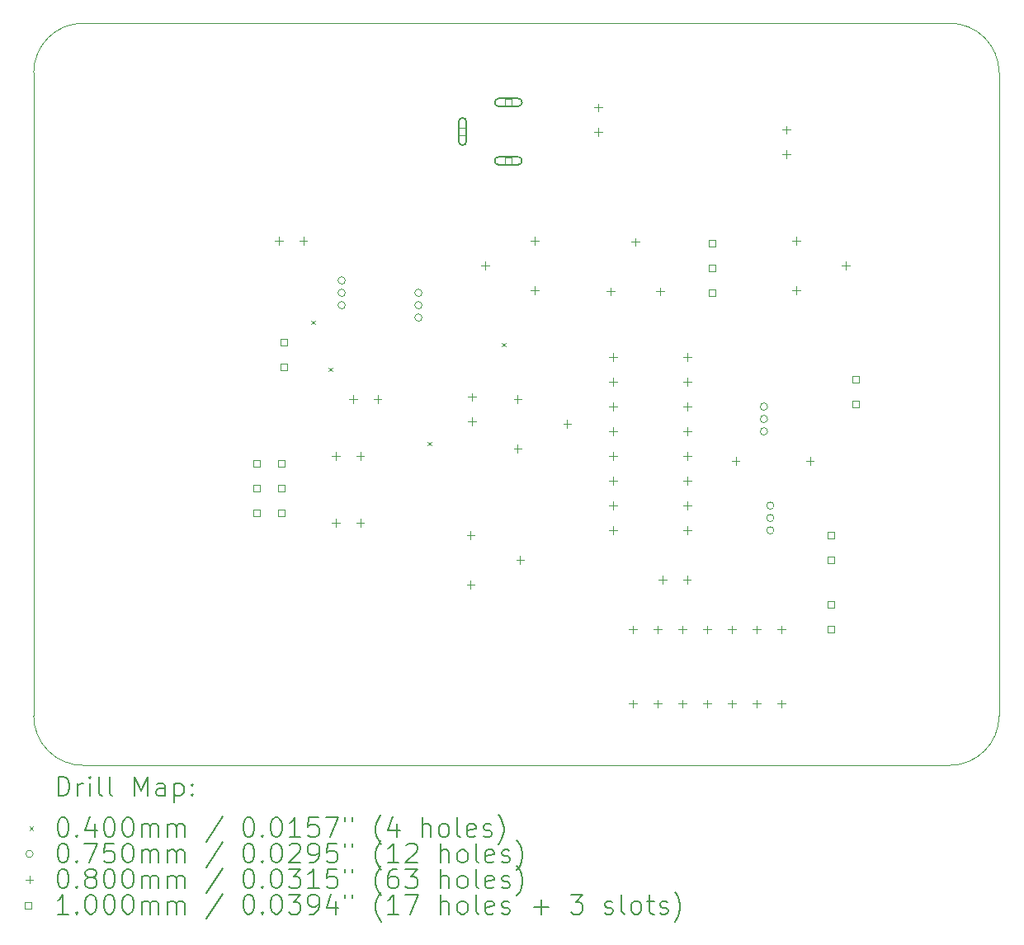
<source format=gbr>
%FSLAX45Y45*%
G04 Gerber Fmt 4.5, Leading zero omitted, Abs format (unit mm)*
G04 Created by KiCad (PCBNEW (6.0.0)) date 2022-01-24 17:52:32*
%MOMM*%
%LPD*%
G01*
G04 APERTURE LIST*
%TA.AperFunction,Profile*%
%ADD10C,0.100000*%
%TD*%
%ADD11C,0.200000*%
%ADD12C,0.040000*%
%ADD13C,0.075000*%
%ADD14C,0.080000*%
%ADD15C,0.100000*%
G04 APERTURE END LIST*
D10*
X8890000Y-2286000D02*
X12954000Y-2286000D01*
X13462000Y-9398000D02*
X13462000Y-2794000D01*
X4064000Y-2286000D02*
X8890000Y-2286000D01*
X3556000Y-9398000D02*
X3556000Y-2794000D01*
X4064000Y-9906000D02*
X12954000Y-9906000D01*
X13462000Y-2794000D02*
G75*
G03*
X12954000Y-2286000I-508000J0D01*
G01*
X3556000Y-9398000D02*
G75*
G03*
X4064000Y-9906000I508000J0D01*
G01*
X12954000Y-9906000D02*
G75*
G03*
X13462000Y-9398000I0J508000D01*
G01*
X4064000Y-2286000D02*
G75*
G03*
X3556000Y-2794000I0J-508000D01*
G01*
D11*
D12*
X6406200Y-5339400D02*
X6446200Y-5379400D01*
X6446200Y-5339400D02*
X6406200Y-5379400D01*
X6584000Y-5822000D02*
X6624000Y-5862000D01*
X6624000Y-5822000D02*
X6584000Y-5862000D01*
X7600000Y-6584000D02*
X7640000Y-6624000D01*
X7640000Y-6584000D02*
X7600000Y-6624000D01*
X8362000Y-5568000D02*
X8402000Y-5608000D01*
X8402000Y-5568000D02*
X8362000Y-5608000D01*
D13*
X6753700Y-4927600D02*
G75*
G03*
X6753700Y-4927600I-37500J0D01*
G01*
X6753700Y-5054600D02*
G75*
G03*
X6753700Y-5054600I-37500J0D01*
G01*
X6753700Y-5181600D02*
G75*
G03*
X6753700Y-5181600I-37500J0D01*
G01*
X7541100Y-5054600D02*
G75*
G03*
X7541100Y-5054600I-37500J0D01*
G01*
X7541100Y-5181600D02*
G75*
G03*
X7541100Y-5181600I-37500J0D01*
G01*
X7541100Y-5308600D02*
G75*
G03*
X7541100Y-5308600I-37500J0D01*
G01*
X11086500Y-6223000D02*
G75*
G03*
X11086500Y-6223000I-37500J0D01*
G01*
X11086500Y-6350000D02*
G75*
G03*
X11086500Y-6350000I-37500J0D01*
G01*
X11086500Y-6477000D02*
G75*
G03*
X11086500Y-6477000I-37500J0D01*
G01*
X11152100Y-7239000D02*
G75*
G03*
X11152100Y-7239000I-37500J0D01*
G01*
X11152100Y-7366000D02*
G75*
G03*
X11152100Y-7366000I-37500J0D01*
G01*
X11152100Y-7493000D02*
G75*
G03*
X11152100Y-7493000I-37500J0D01*
G01*
D14*
X6072600Y-4481200D02*
X6072600Y-4561200D01*
X6032600Y-4521200D02*
X6112600Y-4521200D01*
X6322600Y-4481200D02*
X6322600Y-4561200D01*
X6282600Y-4521200D02*
X6362600Y-4521200D01*
X6656800Y-6691000D02*
X6656800Y-6771000D01*
X6616800Y-6731000D02*
X6696800Y-6731000D01*
X6656800Y-7376800D02*
X6656800Y-7456800D01*
X6616800Y-7416800D02*
X6696800Y-7416800D01*
X6834600Y-6106800D02*
X6834600Y-6186800D01*
X6794600Y-6146800D02*
X6874600Y-6146800D01*
X6906800Y-6691000D02*
X6906800Y-6771000D01*
X6866800Y-6731000D02*
X6946800Y-6731000D01*
X6906800Y-7376800D02*
X6906800Y-7456800D01*
X6866800Y-7416800D02*
X6946800Y-7416800D01*
X7084600Y-6106800D02*
X7084600Y-6186800D01*
X7044600Y-6146800D02*
X7124600Y-6146800D01*
X8040300Y-7503800D02*
X8040300Y-7583800D01*
X8000300Y-7543800D02*
X8080300Y-7543800D01*
X8040300Y-8011800D02*
X8040300Y-8091800D01*
X8000300Y-8051800D02*
X8080300Y-8051800D01*
X8051800Y-6083400D02*
X8051800Y-6163400D01*
X8011800Y-6123400D02*
X8091800Y-6123400D01*
X8051800Y-6333400D02*
X8051800Y-6413400D01*
X8011800Y-6373400D02*
X8091800Y-6373400D01*
X8190300Y-4735200D02*
X8190300Y-4815200D01*
X8150300Y-4775200D02*
X8230300Y-4775200D01*
X8522900Y-6106800D02*
X8522900Y-6186800D01*
X8482900Y-6146800D02*
X8562900Y-6146800D01*
X8522900Y-6614800D02*
X8522900Y-6694800D01*
X8482900Y-6654800D02*
X8562900Y-6654800D01*
X8548300Y-7757800D02*
X8548300Y-7837800D01*
X8508300Y-7797800D02*
X8588300Y-7797800D01*
X8698300Y-4481200D02*
X8698300Y-4561200D01*
X8658300Y-4521200D02*
X8738300Y-4521200D01*
X8698300Y-4989200D02*
X8698300Y-5069200D01*
X8658300Y-5029200D02*
X8738300Y-5029200D01*
X9030900Y-6360800D02*
X9030900Y-6440800D01*
X8990900Y-6400800D02*
X9070900Y-6400800D01*
X9349200Y-3111600D02*
X9349200Y-3191600D01*
X9309200Y-3151600D02*
X9389200Y-3151600D01*
X9349200Y-3361600D02*
X9349200Y-3441600D01*
X9309200Y-3401600D02*
X9389200Y-3401600D01*
X9474200Y-5000700D02*
X9474200Y-5080700D01*
X9434200Y-5040700D02*
X9514200Y-5040700D01*
X9499600Y-5675000D02*
X9499600Y-5755000D01*
X9459600Y-5715000D02*
X9539600Y-5715000D01*
X9499600Y-5929000D02*
X9499600Y-6009000D01*
X9459600Y-5969000D02*
X9539600Y-5969000D01*
X9499600Y-6183000D02*
X9499600Y-6263000D01*
X9459600Y-6223000D02*
X9539600Y-6223000D01*
X9499600Y-6437000D02*
X9499600Y-6517000D01*
X9459600Y-6477000D02*
X9539600Y-6477000D01*
X9499600Y-6691000D02*
X9499600Y-6771000D01*
X9459600Y-6731000D02*
X9539600Y-6731000D01*
X9499600Y-6945000D02*
X9499600Y-7025000D01*
X9459600Y-6985000D02*
X9539600Y-6985000D01*
X9499600Y-7199000D02*
X9499600Y-7279000D01*
X9459600Y-7239000D02*
X9539600Y-7239000D01*
X9499600Y-7453000D02*
X9499600Y-7533000D01*
X9459600Y-7493000D02*
X9539600Y-7493000D01*
X9703300Y-8470000D02*
X9703300Y-8550000D01*
X9663300Y-8510000D02*
X9743300Y-8510000D01*
X9703300Y-9232000D02*
X9703300Y-9312000D01*
X9663300Y-9272000D02*
X9743300Y-9272000D01*
X9728200Y-4492700D02*
X9728200Y-4572700D01*
X9688200Y-4532700D02*
X9768200Y-4532700D01*
X9957300Y-8470000D02*
X9957300Y-8550000D01*
X9917300Y-8510000D02*
X9997300Y-8510000D01*
X9957300Y-9232000D02*
X9957300Y-9312000D01*
X9917300Y-9272000D02*
X9997300Y-9272000D01*
X9982200Y-5000700D02*
X9982200Y-5080700D01*
X9942200Y-5040700D02*
X10022200Y-5040700D01*
X10009600Y-7961000D02*
X10009600Y-8041000D01*
X9969600Y-8001000D02*
X10049600Y-8001000D01*
X10211300Y-8470000D02*
X10211300Y-8550000D01*
X10171300Y-8510000D02*
X10251300Y-8510000D01*
X10211300Y-9232000D02*
X10211300Y-9312000D01*
X10171300Y-9272000D02*
X10251300Y-9272000D01*
X10259600Y-7961000D02*
X10259600Y-8041000D01*
X10219600Y-8001000D02*
X10299600Y-8001000D01*
X10261600Y-5675000D02*
X10261600Y-5755000D01*
X10221600Y-5715000D02*
X10301600Y-5715000D01*
X10261600Y-5929000D02*
X10261600Y-6009000D01*
X10221600Y-5969000D02*
X10301600Y-5969000D01*
X10261600Y-6183000D02*
X10261600Y-6263000D01*
X10221600Y-6223000D02*
X10301600Y-6223000D01*
X10261600Y-6437000D02*
X10261600Y-6517000D01*
X10221600Y-6477000D02*
X10301600Y-6477000D01*
X10261600Y-6691000D02*
X10261600Y-6771000D01*
X10221600Y-6731000D02*
X10301600Y-6731000D01*
X10261600Y-6945000D02*
X10261600Y-7025000D01*
X10221600Y-6985000D02*
X10301600Y-6985000D01*
X10261600Y-7199000D02*
X10261600Y-7279000D01*
X10221600Y-7239000D02*
X10301600Y-7239000D01*
X10261600Y-7453000D02*
X10261600Y-7533000D01*
X10221600Y-7493000D02*
X10301600Y-7493000D01*
X10465300Y-8470000D02*
X10465300Y-8550000D01*
X10425300Y-8510000D02*
X10505300Y-8510000D01*
X10465300Y-9232000D02*
X10465300Y-9312000D01*
X10425300Y-9272000D02*
X10505300Y-9272000D01*
X10719300Y-8470000D02*
X10719300Y-8550000D01*
X10679300Y-8510000D02*
X10759300Y-8510000D01*
X10719300Y-9232000D02*
X10719300Y-9312000D01*
X10679300Y-9272000D02*
X10759300Y-9272000D01*
X10759000Y-6741800D02*
X10759000Y-6821800D01*
X10719000Y-6781800D02*
X10799000Y-6781800D01*
X10973300Y-8470000D02*
X10973300Y-8550000D01*
X10933300Y-8510000D02*
X11013300Y-8510000D01*
X10973300Y-9232000D02*
X10973300Y-9312000D01*
X10933300Y-9272000D02*
X11013300Y-9272000D01*
X11227300Y-8470000D02*
X11227300Y-8550000D01*
X11187300Y-8510000D02*
X11267300Y-8510000D01*
X11227300Y-9232000D02*
X11227300Y-9312000D01*
X11187300Y-9272000D02*
X11267300Y-9272000D01*
X11277600Y-3340200D02*
X11277600Y-3420200D01*
X11237600Y-3380200D02*
X11317600Y-3380200D01*
X11277600Y-3590200D02*
X11277600Y-3670200D01*
X11237600Y-3630200D02*
X11317600Y-3630200D01*
X11379200Y-4481200D02*
X11379200Y-4561200D01*
X11339200Y-4521200D02*
X11419200Y-4521200D01*
X11379200Y-4989200D02*
X11379200Y-5069200D01*
X11339200Y-5029200D02*
X11419200Y-5029200D01*
X11521000Y-6741800D02*
X11521000Y-6821800D01*
X11481000Y-6781800D02*
X11561000Y-6781800D01*
X11887200Y-4735200D02*
X11887200Y-4815200D01*
X11847200Y-4775200D02*
X11927200Y-4775200D01*
D15*
X5877856Y-6841056D02*
X5877856Y-6770344D01*
X5807144Y-6770344D01*
X5807144Y-6841056D01*
X5877856Y-6841056D01*
X5877856Y-7095056D02*
X5877856Y-7024344D01*
X5807144Y-7024344D01*
X5807144Y-7095056D01*
X5877856Y-7095056D01*
X5877856Y-7349056D02*
X5877856Y-7278344D01*
X5807144Y-7278344D01*
X5807144Y-7349056D01*
X5877856Y-7349056D01*
X6131856Y-6841056D02*
X6131856Y-6770344D01*
X6061144Y-6770344D01*
X6061144Y-6841056D01*
X6131856Y-6841056D01*
X6131856Y-7095056D02*
X6131856Y-7024344D01*
X6061144Y-7024344D01*
X6061144Y-7095056D01*
X6131856Y-7095056D01*
X6131856Y-7349056D02*
X6131856Y-7278344D01*
X6061144Y-7278344D01*
X6061144Y-7349056D01*
X6131856Y-7349056D01*
X6156756Y-5597456D02*
X6156756Y-5526744D01*
X6086044Y-5526744D01*
X6086044Y-5597456D01*
X6156756Y-5597456D01*
X6156756Y-5851456D02*
X6156756Y-5780744D01*
X6086044Y-5780744D01*
X6086044Y-5851456D01*
X6156756Y-5851456D01*
X7992306Y-3434156D02*
X7992306Y-3363444D01*
X7921594Y-3363444D01*
X7921594Y-3434156D01*
X7992306Y-3434156D01*
D11*
X7916950Y-3298800D02*
X7916950Y-3498800D01*
X7996950Y-3298800D02*
X7996950Y-3498800D01*
X7916950Y-3498800D02*
G75*
G03*
X7996950Y-3498800I40000J0D01*
G01*
X7996950Y-3298800D02*
G75*
G03*
X7916950Y-3298800I-40000J0D01*
G01*
D15*
X8462306Y-3134156D02*
X8462306Y-3063444D01*
X8391594Y-3063444D01*
X8391594Y-3134156D01*
X8462306Y-3134156D01*
D11*
X8526950Y-3058800D02*
X8326950Y-3058800D01*
X8526950Y-3138800D02*
X8326950Y-3138800D01*
X8326950Y-3058800D02*
G75*
G03*
X8326950Y-3138800I0J-40000D01*
G01*
X8526950Y-3138800D02*
G75*
G03*
X8526950Y-3058800I0J40000D01*
G01*
D15*
X8462306Y-3734156D02*
X8462306Y-3663444D01*
X8391594Y-3663444D01*
X8391594Y-3734156D01*
X8462306Y-3734156D01*
D11*
X8526950Y-3658800D02*
X8326950Y-3658800D01*
X8526950Y-3738800D02*
X8326950Y-3738800D01*
X8326950Y-3658800D02*
G75*
G03*
X8326950Y-3738800I0J-40000D01*
G01*
X8526950Y-3738800D02*
G75*
G03*
X8526950Y-3658800I0J40000D01*
G01*
D15*
X10550956Y-4583456D02*
X10550956Y-4512744D01*
X10480244Y-4512744D01*
X10480244Y-4583456D01*
X10550956Y-4583456D01*
X10550956Y-4837456D02*
X10550956Y-4766744D01*
X10480244Y-4766744D01*
X10480244Y-4837456D01*
X10550956Y-4837456D01*
X10550956Y-5091456D02*
X10550956Y-5020744D01*
X10480244Y-5020744D01*
X10480244Y-5091456D01*
X10550956Y-5091456D01*
X11770156Y-7578656D02*
X11770156Y-7507944D01*
X11699444Y-7507944D01*
X11699444Y-7578656D01*
X11770156Y-7578656D01*
X11770156Y-7832656D02*
X11770156Y-7761944D01*
X11699444Y-7761944D01*
X11699444Y-7832656D01*
X11770156Y-7832656D01*
X11770156Y-8289856D02*
X11770156Y-8219144D01*
X11699444Y-8219144D01*
X11699444Y-8289856D01*
X11770156Y-8289856D01*
X11770156Y-8543856D02*
X11770156Y-8473144D01*
X11699444Y-8473144D01*
X11699444Y-8543856D01*
X11770156Y-8543856D01*
X12024156Y-5978456D02*
X12024156Y-5907744D01*
X11953444Y-5907744D01*
X11953444Y-5978456D01*
X12024156Y-5978456D01*
X12024156Y-6232456D02*
X12024156Y-6161744D01*
X11953444Y-6161744D01*
X11953444Y-6232456D01*
X12024156Y-6232456D01*
D11*
X3808619Y-10221476D02*
X3808619Y-10021476D01*
X3856238Y-10021476D01*
X3884809Y-10031000D01*
X3903857Y-10050048D01*
X3913381Y-10069095D01*
X3922905Y-10107190D01*
X3922905Y-10135762D01*
X3913381Y-10173857D01*
X3903857Y-10192905D01*
X3884809Y-10211952D01*
X3856238Y-10221476D01*
X3808619Y-10221476D01*
X4008619Y-10221476D02*
X4008619Y-10088143D01*
X4008619Y-10126238D02*
X4018143Y-10107190D01*
X4027667Y-10097667D01*
X4046714Y-10088143D01*
X4065762Y-10088143D01*
X4132428Y-10221476D02*
X4132428Y-10088143D01*
X4132428Y-10021476D02*
X4122905Y-10031000D01*
X4132428Y-10040524D01*
X4141952Y-10031000D01*
X4132428Y-10021476D01*
X4132428Y-10040524D01*
X4256238Y-10221476D02*
X4237190Y-10211952D01*
X4227667Y-10192905D01*
X4227667Y-10021476D01*
X4361000Y-10221476D02*
X4341952Y-10211952D01*
X4332429Y-10192905D01*
X4332429Y-10021476D01*
X4589571Y-10221476D02*
X4589571Y-10021476D01*
X4656238Y-10164333D01*
X4722905Y-10021476D01*
X4722905Y-10221476D01*
X4903857Y-10221476D02*
X4903857Y-10116714D01*
X4894333Y-10097667D01*
X4875286Y-10088143D01*
X4837190Y-10088143D01*
X4818143Y-10097667D01*
X4903857Y-10211952D02*
X4884810Y-10221476D01*
X4837190Y-10221476D01*
X4818143Y-10211952D01*
X4808619Y-10192905D01*
X4808619Y-10173857D01*
X4818143Y-10154810D01*
X4837190Y-10145286D01*
X4884810Y-10145286D01*
X4903857Y-10135762D01*
X4999095Y-10088143D02*
X4999095Y-10288143D01*
X4999095Y-10097667D02*
X5018143Y-10088143D01*
X5056238Y-10088143D01*
X5075286Y-10097667D01*
X5084810Y-10107190D01*
X5094333Y-10126238D01*
X5094333Y-10183381D01*
X5084810Y-10202429D01*
X5075286Y-10211952D01*
X5056238Y-10221476D01*
X5018143Y-10221476D01*
X4999095Y-10211952D01*
X5180048Y-10202429D02*
X5189571Y-10211952D01*
X5180048Y-10221476D01*
X5170524Y-10211952D01*
X5180048Y-10202429D01*
X5180048Y-10221476D01*
X5180048Y-10097667D02*
X5189571Y-10107190D01*
X5180048Y-10116714D01*
X5170524Y-10107190D01*
X5180048Y-10097667D01*
X5180048Y-10116714D01*
D12*
X3511000Y-10531000D02*
X3551000Y-10571000D01*
X3551000Y-10531000D02*
X3511000Y-10571000D01*
D11*
X3846714Y-10441476D02*
X3865762Y-10441476D01*
X3884809Y-10451000D01*
X3894333Y-10460524D01*
X3903857Y-10479571D01*
X3913381Y-10517667D01*
X3913381Y-10565286D01*
X3903857Y-10603381D01*
X3894333Y-10622429D01*
X3884809Y-10631952D01*
X3865762Y-10641476D01*
X3846714Y-10641476D01*
X3827667Y-10631952D01*
X3818143Y-10622429D01*
X3808619Y-10603381D01*
X3799095Y-10565286D01*
X3799095Y-10517667D01*
X3808619Y-10479571D01*
X3818143Y-10460524D01*
X3827667Y-10451000D01*
X3846714Y-10441476D01*
X3999095Y-10622429D02*
X4008619Y-10631952D01*
X3999095Y-10641476D01*
X3989571Y-10631952D01*
X3999095Y-10622429D01*
X3999095Y-10641476D01*
X4180048Y-10508143D02*
X4180048Y-10641476D01*
X4132428Y-10431952D02*
X4084809Y-10574810D01*
X4208619Y-10574810D01*
X4322905Y-10441476D02*
X4341952Y-10441476D01*
X4361000Y-10451000D01*
X4370524Y-10460524D01*
X4380048Y-10479571D01*
X4389571Y-10517667D01*
X4389571Y-10565286D01*
X4380048Y-10603381D01*
X4370524Y-10622429D01*
X4361000Y-10631952D01*
X4341952Y-10641476D01*
X4322905Y-10641476D01*
X4303857Y-10631952D01*
X4294333Y-10622429D01*
X4284810Y-10603381D01*
X4275286Y-10565286D01*
X4275286Y-10517667D01*
X4284810Y-10479571D01*
X4294333Y-10460524D01*
X4303857Y-10451000D01*
X4322905Y-10441476D01*
X4513381Y-10441476D02*
X4532429Y-10441476D01*
X4551476Y-10451000D01*
X4561000Y-10460524D01*
X4570524Y-10479571D01*
X4580048Y-10517667D01*
X4580048Y-10565286D01*
X4570524Y-10603381D01*
X4561000Y-10622429D01*
X4551476Y-10631952D01*
X4532429Y-10641476D01*
X4513381Y-10641476D01*
X4494333Y-10631952D01*
X4484810Y-10622429D01*
X4475286Y-10603381D01*
X4465762Y-10565286D01*
X4465762Y-10517667D01*
X4475286Y-10479571D01*
X4484810Y-10460524D01*
X4494333Y-10451000D01*
X4513381Y-10441476D01*
X4665762Y-10641476D02*
X4665762Y-10508143D01*
X4665762Y-10527190D02*
X4675286Y-10517667D01*
X4694333Y-10508143D01*
X4722905Y-10508143D01*
X4741952Y-10517667D01*
X4751476Y-10536714D01*
X4751476Y-10641476D01*
X4751476Y-10536714D02*
X4761000Y-10517667D01*
X4780048Y-10508143D01*
X4808619Y-10508143D01*
X4827667Y-10517667D01*
X4837190Y-10536714D01*
X4837190Y-10641476D01*
X4932429Y-10641476D02*
X4932429Y-10508143D01*
X4932429Y-10527190D02*
X4941952Y-10517667D01*
X4961000Y-10508143D01*
X4989571Y-10508143D01*
X5008619Y-10517667D01*
X5018143Y-10536714D01*
X5018143Y-10641476D01*
X5018143Y-10536714D02*
X5027667Y-10517667D01*
X5046714Y-10508143D01*
X5075286Y-10508143D01*
X5094333Y-10517667D01*
X5103857Y-10536714D01*
X5103857Y-10641476D01*
X5494333Y-10431952D02*
X5322905Y-10689095D01*
X5751476Y-10441476D02*
X5770524Y-10441476D01*
X5789571Y-10451000D01*
X5799095Y-10460524D01*
X5808619Y-10479571D01*
X5818143Y-10517667D01*
X5818143Y-10565286D01*
X5808619Y-10603381D01*
X5799095Y-10622429D01*
X5789571Y-10631952D01*
X5770524Y-10641476D01*
X5751476Y-10641476D01*
X5732428Y-10631952D01*
X5722905Y-10622429D01*
X5713381Y-10603381D01*
X5703857Y-10565286D01*
X5703857Y-10517667D01*
X5713381Y-10479571D01*
X5722905Y-10460524D01*
X5732428Y-10451000D01*
X5751476Y-10441476D01*
X5903857Y-10622429D02*
X5913381Y-10631952D01*
X5903857Y-10641476D01*
X5894333Y-10631952D01*
X5903857Y-10622429D01*
X5903857Y-10641476D01*
X6037190Y-10441476D02*
X6056238Y-10441476D01*
X6075286Y-10451000D01*
X6084809Y-10460524D01*
X6094333Y-10479571D01*
X6103857Y-10517667D01*
X6103857Y-10565286D01*
X6094333Y-10603381D01*
X6084809Y-10622429D01*
X6075286Y-10631952D01*
X6056238Y-10641476D01*
X6037190Y-10641476D01*
X6018143Y-10631952D01*
X6008619Y-10622429D01*
X5999095Y-10603381D01*
X5989571Y-10565286D01*
X5989571Y-10517667D01*
X5999095Y-10479571D01*
X6008619Y-10460524D01*
X6018143Y-10451000D01*
X6037190Y-10441476D01*
X6294333Y-10641476D02*
X6180048Y-10641476D01*
X6237190Y-10641476D02*
X6237190Y-10441476D01*
X6218143Y-10470048D01*
X6199095Y-10489095D01*
X6180048Y-10498619D01*
X6475286Y-10441476D02*
X6380048Y-10441476D01*
X6370524Y-10536714D01*
X6380048Y-10527190D01*
X6399095Y-10517667D01*
X6446714Y-10517667D01*
X6465762Y-10527190D01*
X6475286Y-10536714D01*
X6484809Y-10555762D01*
X6484809Y-10603381D01*
X6475286Y-10622429D01*
X6465762Y-10631952D01*
X6446714Y-10641476D01*
X6399095Y-10641476D01*
X6380048Y-10631952D01*
X6370524Y-10622429D01*
X6551476Y-10441476D02*
X6684809Y-10441476D01*
X6599095Y-10641476D01*
X6751476Y-10441476D02*
X6751476Y-10479571D01*
X6827667Y-10441476D02*
X6827667Y-10479571D01*
X7122905Y-10717667D02*
X7113381Y-10708143D01*
X7094333Y-10679571D01*
X7084809Y-10660524D01*
X7075286Y-10631952D01*
X7065762Y-10584333D01*
X7065762Y-10546238D01*
X7075286Y-10498619D01*
X7084809Y-10470048D01*
X7094333Y-10451000D01*
X7113381Y-10422429D01*
X7122905Y-10412905D01*
X7284809Y-10508143D02*
X7284809Y-10641476D01*
X7237190Y-10431952D02*
X7189571Y-10574810D01*
X7313381Y-10574810D01*
X7541952Y-10641476D02*
X7541952Y-10441476D01*
X7627667Y-10641476D02*
X7627667Y-10536714D01*
X7618143Y-10517667D01*
X7599095Y-10508143D01*
X7570524Y-10508143D01*
X7551476Y-10517667D01*
X7541952Y-10527190D01*
X7751476Y-10641476D02*
X7732428Y-10631952D01*
X7722905Y-10622429D01*
X7713381Y-10603381D01*
X7713381Y-10546238D01*
X7722905Y-10527190D01*
X7732428Y-10517667D01*
X7751476Y-10508143D01*
X7780048Y-10508143D01*
X7799095Y-10517667D01*
X7808619Y-10527190D01*
X7818143Y-10546238D01*
X7818143Y-10603381D01*
X7808619Y-10622429D01*
X7799095Y-10631952D01*
X7780048Y-10641476D01*
X7751476Y-10641476D01*
X7932428Y-10641476D02*
X7913381Y-10631952D01*
X7903857Y-10612905D01*
X7903857Y-10441476D01*
X8084809Y-10631952D02*
X8065762Y-10641476D01*
X8027667Y-10641476D01*
X8008619Y-10631952D01*
X7999095Y-10612905D01*
X7999095Y-10536714D01*
X8008619Y-10517667D01*
X8027667Y-10508143D01*
X8065762Y-10508143D01*
X8084809Y-10517667D01*
X8094333Y-10536714D01*
X8094333Y-10555762D01*
X7999095Y-10574810D01*
X8170524Y-10631952D02*
X8189571Y-10641476D01*
X8227667Y-10641476D01*
X8246714Y-10631952D01*
X8256238Y-10612905D01*
X8256238Y-10603381D01*
X8246714Y-10584333D01*
X8227667Y-10574810D01*
X8199095Y-10574810D01*
X8180048Y-10565286D01*
X8170524Y-10546238D01*
X8170524Y-10536714D01*
X8180048Y-10517667D01*
X8199095Y-10508143D01*
X8227667Y-10508143D01*
X8246714Y-10517667D01*
X8322905Y-10717667D02*
X8332428Y-10708143D01*
X8351476Y-10679571D01*
X8361000Y-10660524D01*
X8370524Y-10631952D01*
X8380048Y-10584333D01*
X8380048Y-10546238D01*
X8370524Y-10498619D01*
X8361000Y-10470048D01*
X8351476Y-10451000D01*
X8332428Y-10422429D01*
X8322905Y-10412905D01*
D13*
X3551000Y-10815000D02*
G75*
G03*
X3551000Y-10815000I-37500J0D01*
G01*
D11*
X3846714Y-10705476D02*
X3865762Y-10705476D01*
X3884809Y-10715000D01*
X3894333Y-10724524D01*
X3903857Y-10743571D01*
X3913381Y-10781667D01*
X3913381Y-10829286D01*
X3903857Y-10867381D01*
X3894333Y-10886429D01*
X3884809Y-10895952D01*
X3865762Y-10905476D01*
X3846714Y-10905476D01*
X3827667Y-10895952D01*
X3818143Y-10886429D01*
X3808619Y-10867381D01*
X3799095Y-10829286D01*
X3799095Y-10781667D01*
X3808619Y-10743571D01*
X3818143Y-10724524D01*
X3827667Y-10715000D01*
X3846714Y-10705476D01*
X3999095Y-10886429D02*
X4008619Y-10895952D01*
X3999095Y-10905476D01*
X3989571Y-10895952D01*
X3999095Y-10886429D01*
X3999095Y-10905476D01*
X4075286Y-10705476D02*
X4208619Y-10705476D01*
X4122905Y-10905476D01*
X4380048Y-10705476D02*
X4284810Y-10705476D01*
X4275286Y-10800714D01*
X4284810Y-10791190D01*
X4303857Y-10781667D01*
X4351476Y-10781667D01*
X4370524Y-10791190D01*
X4380048Y-10800714D01*
X4389571Y-10819762D01*
X4389571Y-10867381D01*
X4380048Y-10886429D01*
X4370524Y-10895952D01*
X4351476Y-10905476D01*
X4303857Y-10905476D01*
X4284810Y-10895952D01*
X4275286Y-10886429D01*
X4513381Y-10705476D02*
X4532429Y-10705476D01*
X4551476Y-10715000D01*
X4561000Y-10724524D01*
X4570524Y-10743571D01*
X4580048Y-10781667D01*
X4580048Y-10829286D01*
X4570524Y-10867381D01*
X4561000Y-10886429D01*
X4551476Y-10895952D01*
X4532429Y-10905476D01*
X4513381Y-10905476D01*
X4494333Y-10895952D01*
X4484810Y-10886429D01*
X4475286Y-10867381D01*
X4465762Y-10829286D01*
X4465762Y-10781667D01*
X4475286Y-10743571D01*
X4484810Y-10724524D01*
X4494333Y-10715000D01*
X4513381Y-10705476D01*
X4665762Y-10905476D02*
X4665762Y-10772143D01*
X4665762Y-10791190D02*
X4675286Y-10781667D01*
X4694333Y-10772143D01*
X4722905Y-10772143D01*
X4741952Y-10781667D01*
X4751476Y-10800714D01*
X4751476Y-10905476D01*
X4751476Y-10800714D02*
X4761000Y-10781667D01*
X4780048Y-10772143D01*
X4808619Y-10772143D01*
X4827667Y-10781667D01*
X4837190Y-10800714D01*
X4837190Y-10905476D01*
X4932429Y-10905476D02*
X4932429Y-10772143D01*
X4932429Y-10791190D02*
X4941952Y-10781667D01*
X4961000Y-10772143D01*
X4989571Y-10772143D01*
X5008619Y-10781667D01*
X5018143Y-10800714D01*
X5018143Y-10905476D01*
X5018143Y-10800714D02*
X5027667Y-10781667D01*
X5046714Y-10772143D01*
X5075286Y-10772143D01*
X5094333Y-10781667D01*
X5103857Y-10800714D01*
X5103857Y-10905476D01*
X5494333Y-10695952D02*
X5322905Y-10953095D01*
X5751476Y-10705476D02*
X5770524Y-10705476D01*
X5789571Y-10715000D01*
X5799095Y-10724524D01*
X5808619Y-10743571D01*
X5818143Y-10781667D01*
X5818143Y-10829286D01*
X5808619Y-10867381D01*
X5799095Y-10886429D01*
X5789571Y-10895952D01*
X5770524Y-10905476D01*
X5751476Y-10905476D01*
X5732428Y-10895952D01*
X5722905Y-10886429D01*
X5713381Y-10867381D01*
X5703857Y-10829286D01*
X5703857Y-10781667D01*
X5713381Y-10743571D01*
X5722905Y-10724524D01*
X5732428Y-10715000D01*
X5751476Y-10705476D01*
X5903857Y-10886429D02*
X5913381Y-10895952D01*
X5903857Y-10905476D01*
X5894333Y-10895952D01*
X5903857Y-10886429D01*
X5903857Y-10905476D01*
X6037190Y-10705476D02*
X6056238Y-10705476D01*
X6075286Y-10715000D01*
X6084809Y-10724524D01*
X6094333Y-10743571D01*
X6103857Y-10781667D01*
X6103857Y-10829286D01*
X6094333Y-10867381D01*
X6084809Y-10886429D01*
X6075286Y-10895952D01*
X6056238Y-10905476D01*
X6037190Y-10905476D01*
X6018143Y-10895952D01*
X6008619Y-10886429D01*
X5999095Y-10867381D01*
X5989571Y-10829286D01*
X5989571Y-10781667D01*
X5999095Y-10743571D01*
X6008619Y-10724524D01*
X6018143Y-10715000D01*
X6037190Y-10705476D01*
X6180048Y-10724524D02*
X6189571Y-10715000D01*
X6208619Y-10705476D01*
X6256238Y-10705476D01*
X6275286Y-10715000D01*
X6284809Y-10724524D01*
X6294333Y-10743571D01*
X6294333Y-10762619D01*
X6284809Y-10791190D01*
X6170524Y-10905476D01*
X6294333Y-10905476D01*
X6389571Y-10905476D02*
X6427667Y-10905476D01*
X6446714Y-10895952D01*
X6456238Y-10886429D01*
X6475286Y-10857857D01*
X6484809Y-10819762D01*
X6484809Y-10743571D01*
X6475286Y-10724524D01*
X6465762Y-10715000D01*
X6446714Y-10705476D01*
X6408619Y-10705476D01*
X6389571Y-10715000D01*
X6380048Y-10724524D01*
X6370524Y-10743571D01*
X6370524Y-10791190D01*
X6380048Y-10810238D01*
X6389571Y-10819762D01*
X6408619Y-10829286D01*
X6446714Y-10829286D01*
X6465762Y-10819762D01*
X6475286Y-10810238D01*
X6484809Y-10791190D01*
X6665762Y-10705476D02*
X6570524Y-10705476D01*
X6561000Y-10800714D01*
X6570524Y-10791190D01*
X6589571Y-10781667D01*
X6637190Y-10781667D01*
X6656238Y-10791190D01*
X6665762Y-10800714D01*
X6675286Y-10819762D01*
X6675286Y-10867381D01*
X6665762Y-10886429D01*
X6656238Y-10895952D01*
X6637190Y-10905476D01*
X6589571Y-10905476D01*
X6570524Y-10895952D01*
X6561000Y-10886429D01*
X6751476Y-10705476D02*
X6751476Y-10743571D01*
X6827667Y-10705476D02*
X6827667Y-10743571D01*
X7122905Y-10981667D02*
X7113381Y-10972143D01*
X7094333Y-10943571D01*
X7084809Y-10924524D01*
X7075286Y-10895952D01*
X7065762Y-10848333D01*
X7065762Y-10810238D01*
X7075286Y-10762619D01*
X7084809Y-10734048D01*
X7094333Y-10715000D01*
X7113381Y-10686429D01*
X7122905Y-10676905D01*
X7303857Y-10905476D02*
X7189571Y-10905476D01*
X7246714Y-10905476D02*
X7246714Y-10705476D01*
X7227667Y-10734048D01*
X7208619Y-10753095D01*
X7189571Y-10762619D01*
X7380048Y-10724524D02*
X7389571Y-10715000D01*
X7408619Y-10705476D01*
X7456238Y-10705476D01*
X7475286Y-10715000D01*
X7484809Y-10724524D01*
X7494333Y-10743571D01*
X7494333Y-10762619D01*
X7484809Y-10791190D01*
X7370524Y-10905476D01*
X7494333Y-10905476D01*
X7732428Y-10905476D02*
X7732428Y-10705476D01*
X7818143Y-10905476D02*
X7818143Y-10800714D01*
X7808619Y-10781667D01*
X7789571Y-10772143D01*
X7761000Y-10772143D01*
X7741952Y-10781667D01*
X7732428Y-10791190D01*
X7941952Y-10905476D02*
X7922905Y-10895952D01*
X7913381Y-10886429D01*
X7903857Y-10867381D01*
X7903857Y-10810238D01*
X7913381Y-10791190D01*
X7922905Y-10781667D01*
X7941952Y-10772143D01*
X7970524Y-10772143D01*
X7989571Y-10781667D01*
X7999095Y-10791190D01*
X8008619Y-10810238D01*
X8008619Y-10867381D01*
X7999095Y-10886429D01*
X7989571Y-10895952D01*
X7970524Y-10905476D01*
X7941952Y-10905476D01*
X8122905Y-10905476D02*
X8103857Y-10895952D01*
X8094333Y-10876905D01*
X8094333Y-10705476D01*
X8275286Y-10895952D02*
X8256238Y-10905476D01*
X8218143Y-10905476D01*
X8199095Y-10895952D01*
X8189571Y-10876905D01*
X8189571Y-10800714D01*
X8199095Y-10781667D01*
X8218143Y-10772143D01*
X8256238Y-10772143D01*
X8275286Y-10781667D01*
X8284809Y-10800714D01*
X8284809Y-10819762D01*
X8189571Y-10838810D01*
X8361000Y-10895952D02*
X8380048Y-10905476D01*
X8418143Y-10905476D01*
X8437190Y-10895952D01*
X8446714Y-10876905D01*
X8446714Y-10867381D01*
X8437190Y-10848333D01*
X8418143Y-10838810D01*
X8389571Y-10838810D01*
X8370524Y-10829286D01*
X8361000Y-10810238D01*
X8361000Y-10800714D01*
X8370524Y-10781667D01*
X8389571Y-10772143D01*
X8418143Y-10772143D01*
X8437190Y-10781667D01*
X8513381Y-10981667D02*
X8522905Y-10972143D01*
X8541952Y-10943571D01*
X8551476Y-10924524D01*
X8561000Y-10895952D01*
X8570524Y-10848333D01*
X8570524Y-10810238D01*
X8561000Y-10762619D01*
X8551476Y-10734048D01*
X8541952Y-10715000D01*
X8522905Y-10686429D01*
X8513381Y-10676905D01*
D14*
X3511000Y-11039000D02*
X3511000Y-11119000D01*
X3471000Y-11079000D02*
X3551000Y-11079000D01*
D11*
X3846714Y-10969476D02*
X3865762Y-10969476D01*
X3884809Y-10979000D01*
X3894333Y-10988524D01*
X3903857Y-11007571D01*
X3913381Y-11045667D01*
X3913381Y-11093286D01*
X3903857Y-11131381D01*
X3894333Y-11150429D01*
X3884809Y-11159952D01*
X3865762Y-11169476D01*
X3846714Y-11169476D01*
X3827667Y-11159952D01*
X3818143Y-11150429D01*
X3808619Y-11131381D01*
X3799095Y-11093286D01*
X3799095Y-11045667D01*
X3808619Y-11007571D01*
X3818143Y-10988524D01*
X3827667Y-10979000D01*
X3846714Y-10969476D01*
X3999095Y-11150429D02*
X4008619Y-11159952D01*
X3999095Y-11169476D01*
X3989571Y-11159952D01*
X3999095Y-11150429D01*
X3999095Y-11169476D01*
X4122905Y-11055190D02*
X4103857Y-11045667D01*
X4094333Y-11036143D01*
X4084809Y-11017095D01*
X4084809Y-11007571D01*
X4094333Y-10988524D01*
X4103857Y-10979000D01*
X4122905Y-10969476D01*
X4161000Y-10969476D01*
X4180048Y-10979000D01*
X4189571Y-10988524D01*
X4199095Y-11007571D01*
X4199095Y-11017095D01*
X4189571Y-11036143D01*
X4180048Y-11045667D01*
X4161000Y-11055190D01*
X4122905Y-11055190D01*
X4103857Y-11064714D01*
X4094333Y-11074238D01*
X4084809Y-11093286D01*
X4084809Y-11131381D01*
X4094333Y-11150429D01*
X4103857Y-11159952D01*
X4122905Y-11169476D01*
X4161000Y-11169476D01*
X4180048Y-11159952D01*
X4189571Y-11150429D01*
X4199095Y-11131381D01*
X4199095Y-11093286D01*
X4189571Y-11074238D01*
X4180048Y-11064714D01*
X4161000Y-11055190D01*
X4322905Y-10969476D02*
X4341952Y-10969476D01*
X4361000Y-10979000D01*
X4370524Y-10988524D01*
X4380048Y-11007571D01*
X4389571Y-11045667D01*
X4389571Y-11093286D01*
X4380048Y-11131381D01*
X4370524Y-11150429D01*
X4361000Y-11159952D01*
X4341952Y-11169476D01*
X4322905Y-11169476D01*
X4303857Y-11159952D01*
X4294333Y-11150429D01*
X4284810Y-11131381D01*
X4275286Y-11093286D01*
X4275286Y-11045667D01*
X4284810Y-11007571D01*
X4294333Y-10988524D01*
X4303857Y-10979000D01*
X4322905Y-10969476D01*
X4513381Y-10969476D02*
X4532429Y-10969476D01*
X4551476Y-10979000D01*
X4561000Y-10988524D01*
X4570524Y-11007571D01*
X4580048Y-11045667D01*
X4580048Y-11093286D01*
X4570524Y-11131381D01*
X4561000Y-11150429D01*
X4551476Y-11159952D01*
X4532429Y-11169476D01*
X4513381Y-11169476D01*
X4494333Y-11159952D01*
X4484810Y-11150429D01*
X4475286Y-11131381D01*
X4465762Y-11093286D01*
X4465762Y-11045667D01*
X4475286Y-11007571D01*
X4484810Y-10988524D01*
X4494333Y-10979000D01*
X4513381Y-10969476D01*
X4665762Y-11169476D02*
X4665762Y-11036143D01*
X4665762Y-11055190D02*
X4675286Y-11045667D01*
X4694333Y-11036143D01*
X4722905Y-11036143D01*
X4741952Y-11045667D01*
X4751476Y-11064714D01*
X4751476Y-11169476D01*
X4751476Y-11064714D02*
X4761000Y-11045667D01*
X4780048Y-11036143D01*
X4808619Y-11036143D01*
X4827667Y-11045667D01*
X4837190Y-11064714D01*
X4837190Y-11169476D01*
X4932429Y-11169476D02*
X4932429Y-11036143D01*
X4932429Y-11055190D02*
X4941952Y-11045667D01*
X4961000Y-11036143D01*
X4989571Y-11036143D01*
X5008619Y-11045667D01*
X5018143Y-11064714D01*
X5018143Y-11169476D01*
X5018143Y-11064714D02*
X5027667Y-11045667D01*
X5046714Y-11036143D01*
X5075286Y-11036143D01*
X5094333Y-11045667D01*
X5103857Y-11064714D01*
X5103857Y-11169476D01*
X5494333Y-10959952D02*
X5322905Y-11217095D01*
X5751476Y-10969476D02*
X5770524Y-10969476D01*
X5789571Y-10979000D01*
X5799095Y-10988524D01*
X5808619Y-11007571D01*
X5818143Y-11045667D01*
X5818143Y-11093286D01*
X5808619Y-11131381D01*
X5799095Y-11150429D01*
X5789571Y-11159952D01*
X5770524Y-11169476D01*
X5751476Y-11169476D01*
X5732428Y-11159952D01*
X5722905Y-11150429D01*
X5713381Y-11131381D01*
X5703857Y-11093286D01*
X5703857Y-11045667D01*
X5713381Y-11007571D01*
X5722905Y-10988524D01*
X5732428Y-10979000D01*
X5751476Y-10969476D01*
X5903857Y-11150429D02*
X5913381Y-11159952D01*
X5903857Y-11169476D01*
X5894333Y-11159952D01*
X5903857Y-11150429D01*
X5903857Y-11169476D01*
X6037190Y-10969476D02*
X6056238Y-10969476D01*
X6075286Y-10979000D01*
X6084809Y-10988524D01*
X6094333Y-11007571D01*
X6103857Y-11045667D01*
X6103857Y-11093286D01*
X6094333Y-11131381D01*
X6084809Y-11150429D01*
X6075286Y-11159952D01*
X6056238Y-11169476D01*
X6037190Y-11169476D01*
X6018143Y-11159952D01*
X6008619Y-11150429D01*
X5999095Y-11131381D01*
X5989571Y-11093286D01*
X5989571Y-11045667D01*
X5999095Y-11007571D01*
X6008619Y-10988524D01*
X6018143Y-10979000D01*
X6037190Y-10969476D01*
X6170524Y-10969476D02*
X6294333Y-10969476D01*
X6227667Y-11045667D01*
X6256238Y-11045667D01*
X6275286Y-11055190D01*
X6284809Y-11064714D01*
X6294333Y-11083762D01*
X6294333Y-11131381D01*
X6284809Y-11150429D01*
X6275286Y-11159952D01*
X6256238Y-11169476D01*
X6199095Y-11169476D01*
X6180048Y-11159952D01*
X6170524Y-11150429D01*
X6484809Y-11169476D02*
X6370524Y-11169476D01*
X6427667Y-11169476D02*
X6427667Y-10969476D01*
X6408619Y-10998048D01*
X6389571Y-11017095D01*
X6370524Y-11026619D01*
X6665762Y-10969476D02*
X6570524Y-10969476D01*
X6561000Y-11064714D01*
X6570524Y-11055190D01*
X6589571Y-11045667D01*
X6637190Y-11045667D01*
X6656238Y-11055190D01*
X6665762Y-11064714D01*
X6675286Y-11083762D01*
X6675286Y-11131381D01*
X6665762Y-11150429D01*
X6656238Y-11159952D01*
X6637190Y-11169476D01*
X6589571Y-11169476D01*
X6570524Y-11159952D01*
X6561000Y-11150429D01*
X6751476Y-10969476D02*
X6751476Y-11007571D01*
X6827667Y-10969476D02*
X6827667Y-11007571D01*
X7122905Y-11245667D02*
X7113381Y-11236143D01*
X7094333Y-11207571D01*
X7084809Y-11188524D01*
X7075286Y-11159952D01*
X7065762Y-11112333D01*
X7065762Y-11074238D01*
X7075286Y-11026619D01*
X7084809Y-10998048D01*
X7094333Y-10979000D01*
X7113381Y-10950429D01*
X7122905Y-10940905D01*
X7284809Y-10969476D02*
X7246714Y-10969476D01*
X7227667Y-10979000D01*
X7218143Y-10988524D01*
X7199095Y-11017095D01*
X7189571Y-11055190D01*
X7189571Y-11131381D01*
X7199095Y-11150429D01*
X7208619Y-11159952D01*
X7227667Y-11169476D01*
X7265762Y-11169476D01*
X7284809Y-11159952D01*
X7294333Y-11150429D01*
X7303857Y-11131381D01*
X7303857Y-11083762D01*
X7294333Y-11064714D01*
X7284809Y-11055190D01*
X7265762Y-11045667D01*
X7227667Y-11045667D01*
X7208619Y-11055190D01*
X7199095Y-11064714D01*
X7189571Y-11083762D01*
X7370524Y-10969476D02*
X7494333Y-10969476D01*
X7427667Y-11045667D01*
X7456238Y-11045667D01*
X7475286Y-11055190D01*
X7484809Y-11064714D01*
X7494333Y-11083762D01*
X7494333Y-11131381D01*
X7484809Y-11150429D01*
X7475286Y-11159952D01*
X7456238Y-11169476D01*
X7399095Y-11169476D01*
X7380048Y-11159952D01*
X7370524Y-11150429D01*
X7732428Y-11169476D02*
X7732428Y-10969476D01*
X7818143Y-11169476D02*
X7818143Y-11064714D01*
X7808619Y-11045667D01*
X7789571Y-11036143D01*
X7761000Y-11036143D01*
X7741952Y-11045667D01*
X7732428Y-11055190D01*
X7941952Y-11169476D02*
X7922905Y-11159952D01*
X7913381Y-11150429D01*
X7903857Y-11131381D01*
X7903857Y-11074238D01*
X7913381Y-11055190D01*
X7922905Y-11045667D01*
X7941952Y-11036143D01*
X7970524Y-11036143D01*
X7989571Y-11045667D01*
X7999095Y-11055190D01*
X8008619Y-11074238D01*
X8008619Y-11131381D01*
X7999095Y-11150429D01*
X7989571Y-11159952D01*
X7970524Y-11169476D01*
X7941952Y-11169476D01*
X8122905Y-11169476D02*
X8103857Y-11159952D01*
X8094333Y-11140905D01*
X8094333Y-10969476D01*
X8275286Y-11159952D02*
X8256238Y-11169476D01*
X8218143Y-11169476D01*
X8199095Y-11159952D01*
X8189571Y-11140905D01*
X8189571Y-11064714D01*
X8199095Y-11045667D01*
X8218143Y-11036143D01*
X8256238Y-11036143D01*
X8275286Y-11045667D01*
X8284809Y-11064714D01*
X8284809Y-11083762D01*
X8189571Y-11102810D01*
X8361000Y-11159952D02*
X8380048Y-11169476D01*
X8418143Y-11169476D01*
X8437190Y-11159952D01*
X8446714Y-11140905D01*
X8446714Y-11131381D01*
X8437190Y-11112333D01*
X8418143Y-11102810D01*
X8389571Y-11102810D01*
X8370524Y-11093286D01*
X8361000Y-11074238D01*
X8361000Y-11064714D01*
X8370524Y-11045667D01*
X8389571Y-11036143D01*
X8418143Y-11036143D01*
X8437190Y-11045667D01*
X8513381Y-11245667D02*
X8522905Y-11236143D01*
X8541952Y-11207571D01*
X8551476Y-11188524D01*
X8561000Y-11159952D01*
X8570524Y-11112333D01*
X8570524Y-11074238D01*
X8561000Y-11026619D01*
X8551476Y-10998048D01*
X8541952Y-10979000D01*
X8522905Y-10950429D01*
X8513381Y-10940905D01*
D15*
X3536356Y-11378356D02*
X3536356Y-11307644D01*
X3465644Y-11307644D01*
X3465644Y-11378356D01*
X3536356Y-11378356D01*
D11*
X3913381Y-11433476D02*
X3799095Y-11433476D01*
X3856238Y-11433476D02*
X3856238Y-11233476D01*
X3837190Y-11262048D01*
X3818143Y-11281095D01*
X3799095Y-11290619D01*
X3999095Y-11414428D02*
X4008619Y-11423952D01*
X3999095Y-11433476D01*
X3989571Y-11423952D01*
X3999095Y-11414428D01*
X3999095Y-11433476D01*
X4132428Y-11233476D02*
X4151476Y-11233476D01*
X4170524Y-11243000D01*
X4180048Y-11252524D01*
X4189571Y-11271571D01*
X4199095Y-11309667D01*
X4199095Y-11357286D01*
X4189571Y-11395381D01*
X4180048Y-11414428D01*
X4170524Y-11423952D01*
X4151476Y-11433476D01*
X4132428Y-11433476D01*
X4113381Y-11423952D01*
X4103857Y-11414428D01*
X4094333Y-11395381D01*
X4084809Y-11357286D01*
X4084809Y-11309667D01*
X4094333Y-11271571D01*
X4103857Y-11252524D01*
X4113381Y-11243000D01*
X4132428Y-11233476D01*
X4322905Y-11233476D02*
X4341952Y-11233476D01*
X4361000Y-11243000D01*
X4370524Y-11252524D01*
X4380048Y-11271571D01*
X4389571Y-11309667D01*
X4389571Y-11357286D01*
X4380048Y-11395381D01*
X4370524Y-11414428D01*
X4361000Y-11423952D01*
X4341952Y-11433476D01*
X4322905Y-11433476D01*
X4303857Y-11423952D01*
X4294333Y-11414428D01*
X4284810Y-11395381D01*
X4275286Y-11357286D01*
X4275286Y-11309667D01*
X4284810Y-11271571D01*
X4294333Y-11252524D01*
X4303857Y-11243000D01*
X4322905Y-11233476D01*
X4513381Y-11233476D02*
X4532429Y-11233476D01*
X4551476Y-11243000D01*
X4561000Y-11252524D01*
X4570524Y-11271571D01*
X4580048Y-11309667D01*
X4580048Y-11357286D01*
X4570524Y-11395381D01*
X4561000Y-11414428D01*
X4551476Y-11423952D01*
X4532429Y-11433476D01*
X4513381Y-11433476D01*
X4494333Y-11423952D01*
X4484810Y-11414428D01*
X4475286Y-11395381D01*
X4465762Y-11357286D01*
X4465762Y-11309667D01*
X4475286Y-11271571D01*
X4484810Y-11252524D01*
X4494333Y-11243000D01*
X4513381Y-11233476D01*
X4665762Y-11433476D02*
X4665762Y-11300143D01*
X4665762Y-11319190D02*
X4675286Y-11309667D01*
X4694333Y-11300143D01*
X4722905Y-11300143D01*
X4741952Y-11309667D01*
X4751476Y-11328714D01*
X4751476Y-11433476D01*
X4751476Y-11328714D02*
X4761000Y-11309667D01*
X4780048Y-11300143D01*
X4808619Y-11300143D01*
X4827667Y-11309667D01*
X4837190Y-11328714D01*
X4837190Y-11433476D01*
X4932429Y-11433476D02*
X4932429Y-11300143D01*
X4932429Y-11319190D02*
X4941952Y-11309667D01*
X4961000Y-11300143D01*
X4989571Y-11300143D01*
X5008619Y-11309667D01*
X5018143Y-11328714D01*
X5018143Y-11433476D01*
X5018143Y-11328714D02*
X5027667Y-11309667D01*
X5046714Y-11300143D01*
X5075286Y-11300143D01*
X5094333Y-11309667D01*
X5103857Y-11328714D01*
X5103857Y-11433476D01*
X5494333Y-11223952D02*
X5322905Y-11481095D01*
X5751476Y-11233476D02*
X5770524Y-11233476D01*
X5789571Y-11243000D01*
X5799095Y-11252524D01*
X5808619Y-11271571D01*
X5818143Y-11309667D01*
X5818143Y-11357286D01*
X5808619Y-11395381D01*
X5799095Y-11414428D01*
X5789571Y-11423952D01*
X5770524Y-11433476D01*
X5751476Y-11433476D01*
X5732428Y-11423952D01*
X5722905Y-11414428D01*
X5713381Y-11395381D01*
X5703857Y-11357286D01*
X5703857Y-11309667D01*
X5713381Y-11271571D01*
X5722905Y-11252524D01*
X5732428Y-11243000D01*
X5751476Y-11233476D01*
X5903857Y-11414428D02*
X5913381Y-11423952D01*
X5903857Y-11433476D01*
X5894333Y-11423952D01*
X5903857Y-11414428D01*
X5903857Y-11433476D01*
X6037190Y-11233476D02*
X6056238Y-11233476D01*
X6075286Y-11243000D01*
X6084809Y-11252524D01*
X6094333Y-11271571D01*
X6103857Y-11309667D01*
X6103857Y-11357286D01*
X6094333Y-11395381D01*
X6084809Y-11414428D01*
X6075286Y-11423952D01*
X6056238Y-11433476D01*
X6037190Y-11433476D01*
X6018143Y-11423952D01*
X6008619Y-11414428D01*
X5999095Y-11395381D01*
X5989571Y-11357286D01*
X5989571Y-11309667D01*
X5999095Y-11271571D01*
X6008619Y-11252524D01*
X6018143Y-11243000D01*
X6037190Y-11233476D01*
X6170524Y-11233476D02*
X6294333Y-11233476D01*
X6227667Y-11309667D01*
X6256238Y-11309667D01*
X6275286Y-11319190D01*
X6284809Y-11328714D01*
X6294333Y-11347762D01*
X6294333Y-11395381D01*
X6284809Y-11414428D01*
X6275286Y-11423952D01*
X6256238Y-11433476D01*
X6199095Y-11433476D01*
X6180048Y-11423952D01*
X6170524Y-11414428D01*
X6389571Y-11433476D02*
X6427667Y-11433476D01*
X6446714Y-11423952D01*
X6456238Y-11414428D01*
X6475286Y-11385857D01*
X6484809Y-11347762D01*
X6484809Y-11271571D01*
X6475286Y-11252524D01*
X6465762Y-11243000D01*
X6446714Y-11233476D01*
X6408619Y-11233476D01*
X6389571Y-11243000D01*
X6380048Y-11252524D01*
X6370524Y-11271571D01*
X6370524Y-11319190D01*
X6380048Y-11338238D01*
X6389571Y-11347762D01*
X6408619Y-11357286D01*
X6446714Y-11357286D01*
X6465762Y-11347762D01*
X6475286Y-11338238D01*
X6484809Y-11319190D01*
X6656238Y-11300143D02*
X6656238Y-11433476D01*
X6608619Y-11223952D02*
X6561000Y-11366809D01*
X6684809Y-11366809D01*
X6751476Y-11233476D02*
X6751476Y-11271571D01*
X6827667Y-11233476D02*
X6827667Y-11271571D01*
X7122905Y-11509667D02*
X7113381Y-11500143D01*
X7094333Y-11471571D01*
X7084809Y-11452524D01*
X7075286Y-11423952D01*
X7065762Y-11376333D01*
X7065762Y-11338238D01*
X7075286Y-11290619D01*
X7084809Y-11262048D01*
X7094333Y-11243000D01*
X7113381Y-11214428D01*
X7122905Y-11204905D01*
X7303857Y-11433476D02*
X7189571Y-11433476D01*
X7246714Y-11433476D02*
X7246714Y-11233476D01*
X7227667Y-11262048D01*
X7208619Y-11281095D01*
X7189571Y-11290619D01*
X7370524Y-11233476D02*
X7503857Y-11233476D01*
X7418143Y-11433476D01*
X7732428Y-11433476D02*
X7732428Y-11233476D01*
X7818143Y-11433476D02*
X7818143Y-11328714D01*
X7808619Y-11309667D01*
X7789571Y-11300143D01*
X7761000Y-11300143D01*
X7741952Y-11309667D01*
X7732428Y-11319190D01*
X7941952Y-11433476D02*
X7922905Y-11423952D01*
X7913381Y-11414428D01*
X7903857Y-11395381D01*
X7903857Y-11338238D01*
X7913381Y-11319190D01*
X7922905Y-11309667D01*
X7941952Y-11300143D01*
X7970524Y-11300143D01*
X7989571Y-11309667D01*
X7999095Y-11319190D01*
X8008619Y-11338238D01*
X8008619Y-11395381D01*
X7999095Y-11414428D01*
X7989571Y-11423952D01*
X7970524Y-11433476D01*
X7941952Y-11433476D01*
X8122905Y-11433476D02*
X8103857Y-11423952D01*
X8094333Y-11404905D01*
X8094333Y-11233476D01*
X8275286Y-11423952D02*
X8256238Y-11433476D01*
X8218143Y-11433476D01*
X8199095Y-11423952D01*
X8189571Y-11404905D01*
X8189571Y-11328714D01*
X8199095Y-11309667D01*
X8218143Y-11300143D01*
X8256238Y-11300143D01*
X8275286Y-11309667D01*
X8284809Y-11328714D01*
X8284809Y-11347762D01*
X8189571Y-11366809D01*
X8361000Y-11423952D02*
X8380048Y-11433476D01*
X8418143Y-11433476D01*
X8437190Y-11423952D01*
X8446714Y-11404905D01*
X8446714Y-11395381D01*
X8437190Y-11376333D01*
X8418143Y-11366809D01*
X8389571Y-11366809D01*
X8370524Y-11357286D01*
X8361000Y-11338238D01*
X8361000Y-11328714D01*
X8370524Y-11309667D01*
X8389571Y-11300143D01*
X8418143Y-11300143D01*
X8437190Y-11309667D01*
X8684810Y-11357286D02*
X8837190Y-11357286D01*
X8761000Y-11433476D02*
X8761000Y-11281095D01*
X9065762Y-11233476D02*
X9189571Y-11233476D01*
X9122905Y-11309667D01*
X9151476Y-11309667D01*
X9170524Y-11319190D01*
X9180048Y-11328714D01*
X9189571Y-11347762D01*
X9189571Y-11395381D01*
X9180048Y-11414428D01*
X9170524Y-11423952D01*
X9151476Y-11433476D01*
X9094333Y-11433476D01*
X9075286Y-11423952D01*
X9065762Y-11414428D01*
X9418143Y-11423952D02*
X9437190Y-11433476D01*
X9475286Y-11433476D01*
X9494333Y-11423952D01*
X9503857Y-11404905D01*
X9503857Y-11395381D01*
X9494333Y-11376333D01*
X9475286Y-11366809D01*
X9446714Y-11366809D01*
X9427667Y-11357286D01*
X9418143Y-11338238D01*
X9418143Y-11328714D01*
X9427667Y-11309667D01*
X9446714Y-11300143D01*
X9475286Y-11300143D01*
X9494333Y-11309667D01*
X9618143Y-11433476D02*
X9599095Y-11423952D01*
X9589571Y-11404905D01*
X9589571Y-11233476D01*
X9722905Y-11433476D02*
X9703857Y-11423952D01*
X9694333Y-11414428D01*
X9684810Y-11395381D01*
X9684810Y-11338238D01*
X9694333Y-11319190D01*
X9703857Y-11309667D01*
X9722905Y-11300143D01*
X9751476Y-11300143D01*
X9770524Y-11309667D01*
X9780048Y-11319190D01*
X9789571Y-11338238D01*
X9789571Y-11395381D01*
X9780048Y-11414428D01*
X9770524Y-11423952D01*
X9751476Y-11433476D01*
X9722905Y-11433476D01*
X9846714Y-11300143D02*
X9922905Y-11300143D01*
X9875286Y-11233476D02*
X9875286Y-11404905D01*
X9884810Y-11423952D01*
X9903857Y-11433476D01*
X9922905Y-11433476D01*
X9980048Y-11423952D02*
X9999095Y-11433476D01*
X10037190Y-11433476D01*
X10056238Y-11423952D01*
X10065762Y-11404905D01*
X10065762Y-11395381D01*
X10056238Y-11376333D01*
X10037190Y-11366809D01*
X10008619Y-11366809D01*
X9989571Y-11357286D01*
X9980048Y-11338238D01*
X9980048Y-11328714D01*
X9989571Y-11309667D01*
X10008619Y-11300143D01*
X10037190Y-11300143D01*
X10056238Y-11309667D01*
X10132429Y-11509667D02*
X10141952Y-11500143D01*
X10161000Y-11471571D01*
X10170524Y-11452524D01*
X10180048Y-11423952D01*
X10189571Y-11376333D01*
X10189571Y-11338238D01*
X10180048Y-11290619D01*
X10170524Y-11262048D01*
X10161000Y-11243000D01*
X10141952Y-11214428D01*
X10132429Y-11204905D01*
M02*

</source>
